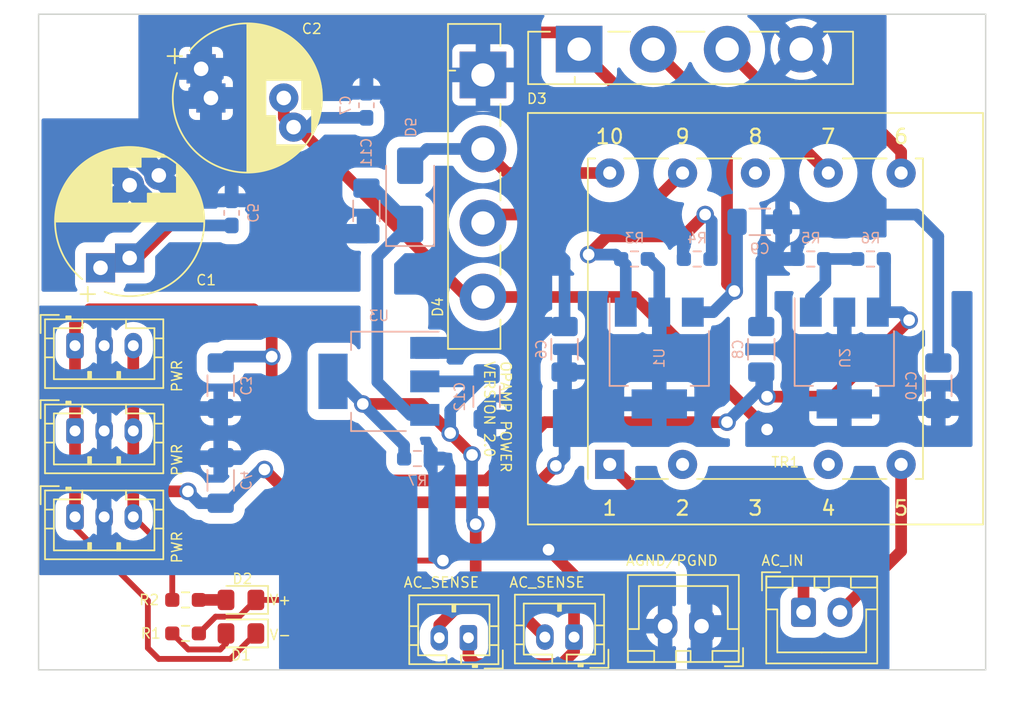
<source format=kicad_pcb>
(kicad_pcb (version 20221018) (generator pcbnew)
  (layers (0 "F.Cu" signal) (31 "B.Cu" signal) (34 "B.Paste" user) (35 "F.Paste" user) (36 "B.SilkS" user "B.Silkscreen") (37 "F.SilkS" user "F.Silkscreen") (38 "B.Mask" user) (39 "F.Mask" user) (44 "Edge.Cuts" user))
  (net 0 "")
  (net 1 "VPOS")
  (net 2 "PGND")
  (net 3 "VNEG")
  (net 4 "Net-(D1-A)")
  (net 5 "Net-(D2-A)")
  (net 6 "Net-(D3-Pad2)")
  (net 7 "AC1")
  (net 8 "Net-(D4-Pad3)")
  (net 9 "Net-(U1-ADJ)")
  (net 10 "Net-(U2-ADJ)")
  (net 11 "AGND")
  (net 12 "RECT_POS")
  (net 13 "RECT_NEG")
  (net 14 "DC_NEG")
  (net 15 "DC_POS")
  (net 16 "AC2")
  (net 17 "SENSE_DC")
  (net 18 "SENSE")
  (footprint "MountingHole:MountingHole_3.2mm_M3" (layer "F.Cu") (at 103.5 119.5)
    (fp_text reference "H4" hide)
    (fp_text value "MountingHole")
    (pad "" np_thru_hole circle (at 0 0) (size 3.2 3.2) (drill 3.2) (layers "*.Cu" "*.Mask"))
  )
  (footprint "Connector_JST:JST_XH_B2B-XH-A_1x02_P2.50mm_Vertical" (layer "F.Cu") (at 146.5 119 180)
    (fp_text reference "J2" hide)
    (fp_text value "Conn_01x02_Male")
    (pad "1" thru_hole roundrect (at 0 0 180) (size 1.7 2) (drill 1) (layers "*.Cu" "*.Mask") (roundrect_rratio 0.1470588235) (net 2 "PGND"))
    (pad "2" thru_hole oval (at 2.5 0 180) (size 1.7 2) (drill 1) (layers "*.Cu" "*.Mask") (net 11 "AGND"))
  )
  (footprint "Capacitor_THT:CP_Radial_D10.0mm_P5.00mm_P7.50mm" (layer "F.Cu") (at 107.25 93.732677 90)
    (fp_text reference "C1" (at -1.517323 5.25 unlocked) (layer "F.SilkS") (effects (font (size 0.7 0.7) (thickness 0.1))))
    (fp_text value "1000U")
    (pad "1" thru_hole rect (at -0.672144 -2 90) (size 2 2) (drill 1) (layers "*.Cu" "*.Mask") (net 12 "RECT_POS"))
    (pad "1" thru_hole rect (at 0 0 90) (size 2 2) (drill 1) (layers "*.Cu" "*.Mask") (net 12 "RECT_POS"))
    (pad "2" thru_hole circle (at 5 0 90) (size 2 2) (drill 1) (layers "*.Cu" "*.Mask") (net 2 "PGND"))
    (pad "2" thru_hole circle (at 5.672144 2 90) (size 2 2) (drill 1) (layers "*.Cu" "*.Mask") (net 2 "PGND"))
  )
  (footprint "Resistor_SMD:R_0603_1608Metric_Pad0.98x0.95mm_HandSolder" (layer "F.Cu") (at 111.0875 117.2)
    (fp_text reference "R2" (at -2.5 0 unlocked) (layer "F.SilkS") (effects (font (size 0.7 0.7) (thickness 0.1))))
    (fp_text value "3.3K")
    (pad "1" smd roundrect (at -0.9125 0) (size 0.975 0.95) (layers "F.Cu" "F.Paste" "F.Mask") (net 15 "DC_POS"))
    (pad "2" smd roundrect (at 0.9125 0) (size 0.975 0.95) (layers "F.Cu" "F.Paste" "F.Mask") (net 5 "Net-(D2-A)"))
  )
  (footprint "Connector_JST:JST_PH_B3B-PH-K_1x03_P2.00mm_Vertical" (layer "F.Cu") (at 103.5 99.75)
    (fp_text reference "J3" hide)
    (fp_text value "Conn_01x03_Male")
    (pad "1" thru_hole roundrect (at 0 0) (size 1.2 1.75) (drill 0.75) (layers "*.Cu" "*.Mask") (roundrect_rratio 0.2083333333) (net 14 "DC_NEG"))
    (pad "2" thru_hole oval (at 2 0) (size 1.2 1.75) (drill 0.75) (layers "*.Cu" "*.Mask") (net 11 "AGND"))
    (pad "3" thru_hole oval (at 4 0) (size 1.2 1.75) (drill 0.75) (layers "*.Cu" "*.Mask") (net 15 "DC_POS"))
  )
  (footprint "Diode_THT:Diode_Bridge_Vishay_GBU" (layer "F.Cu") (at 131.5 81.17 -90)
    (fp_text reference "D4" (at 15.93 3.1 -270 unlocked) (layer "F.SilkS") (effects (font (size 0.7 0.7) (thickness 0.1))))
    (fp_text value "GBU4A")
    (pad "1" thru_hole rect (at 0 0 270) (size 3.2 3.2) (drill 1.6) (layers "*.Cu" "*.Mask") (net 2 "PGND"))
    (pad "2" thru_hole circle (at 5.08 0 270) (size 3.2 3.2) (drill 1.6) (layers "*.Cu" "*.Mask") (net 16 "AC2"))
    (pad "3" thru_hole circle (at 10.16 0 270) (size 3.2 3.2) (drill 1.6) (layers "*.Cu" "*.Mask") (net 8 "Net-(D4-Pad3)"))
    (pad "4" thru_hole circle (at 15.24 0 270) (size 3.2 3.2) (drill 1.6) (layers "*.Cu" "*.Mask") (net 13 "RECT_NEG"))
  )
  (footprint "Resistor_SMD:R_0603_1608Metric_Pad0.98x0.95mm_HandSolder" (layer "F.Cu") (at 111.0875 119.5 180)
    (fp_text reference "R1" (at 2.3875 0 unlocked) (layer "F.SilkS") (effects (font (size 0.7 0.7) (thickness 0.1))))
    (fp_text value "3.3K")
    (pad "1" smd roundrect (at -0.9125 0 180) (size 0.975 0.95) (layers "F.Cu" "F.Paste" "F.Mask") (net 2 "PGND"))
    (pad "2" smd roundrect (at 0.9125 0 180) (size 0.975 0.95) (layers "F.Cu" "F.Paste" "F.Mask") (net 4 "Net-(D1-A)"))
  )
  (footprint "MountingHole:MountingHole_3.2mm_M3" (layer "F.Cu") (at 163.5 79.5)
    (fp_text reference "H1" hide)
    (fp_text value "MountingHole")
    (pad "" np_thru_hole circle (at 0 0) (size 3.2 3.2) (drill 3.2) (layers "*.Cu" "*.Mask"))
  )
  (footprint "Connector_JST:JST_PH_B3B-PH-K_1x03_P2.00mm_Vertical" (layer "F.Cu") (at 103.5 105.6)
    (fp_text reference "J4" hide)
    (fp_text value "Conn_01x03_Male")
    (pad "1" thru_hole roundrect (at 0 0) (size 1.2 1.75) (drill 0.75) (layers "*.Cu" "*.Mask") (roundrect_rratio 0.2083333333) (net 14 "DC_NEG"))
    (pad "2" thru_hole oval (at 2 0) (size 1.2 1.75) (drill 0.75) (layers "*.Cu" "*.Mask") (net 11 "AGND"))
    (pad "3" thru_hole oval (at 4 0) (size 1.2 1.75) (drill 0.75) (layers "*.Cu" "*.Mask") (net 15 "DC_POS"))
  )
  (footprint "Connector_JST:JST_PH_B2B-PH-K_1x02_P2.00mm_Vertical" (layer "F.Cu") (at 130.5 119.8 180)
    (fp_text reference "J6" hide)
    (fp_text value "Conn_01x02_Male")
    (pad "1" thru_hole roundrect (at 0 0 180) (size 1.2 1.75) (drill 0.75) (layers "*.Cu" "*.Mask") (roundrect_rratio 0.2083333333) (net 2 "PGND"))
    (pad "2" thru_hole oval (at 2 0 180) (size 1.2 1.75) (drill 0.75) (layers "*.Cu" "*.Mask") (net 18 "SENSE"))
  )
  (footprint "Connector_JST:JST_PH_B3B-PH-K_1x03_P2.00mm_Vertical" (layer "F.Cu") (at 103.5 111.5)
    (fp_text reference "J5" hide)
    (fp_text value "Conn_01x03_Male")
    (pad "1" thru_hole roundrect (at 0 0) (size 1.2 1.75) (drill 0.75) (layers "*.Cu" "*.Mask") (roundrect_rratio 0.2083333333) (net 14 "DC_NEG"))
    (pad "2" thru_hole oval (at 2 0) (size 1.2 1.75) (drill 0.75) (layers "*.Cu" "*.Mask") (net 11 "AGND"))
    (pad "3" thru_hole oval (at 4 0) (size 1.2 1.75) (drill 0.75) (layers "*.Cu" "*.Mask") (net 15 "DC_POS"))
  )
  (footprint "MountingHole:MountingHole_3.2mm_M3" (layer "F.Cu") (at 103.5 79.5)
    (fp_text reference "H2" hide)
    (fp_text value "MountingHole")
    (pad "" np_thru_hole circle (at 0 0) (size 3.2 3.2) (drill 3.2) (layers "*.Cu" "*.Mask"))
  )
  (footprint "LED_SMD:LED_0805_2012Metric_Pad1.15x1.40mm_HandSolder" (layer "F.Cu") (at 114.8875 119.5 180)
    (fp_text reference "D1" (at 0 -1.5 unlocked) (layer "F.SilkS") (effects (font (size 0.7 0.7) (thickness 0.1))))
    (fp_text value "BLUE")
    (pad "1" smd roundrect (at -1.025 0 180) (size 1.15 1.4) (layers "F.Cu" "F.Paste" "F.Mask") (roundrect_rratio 0.2173913043) (net 14 "DC_NEG"))
    (pad "2" smd roundrect (at 1.025 0 180) (size 1.15 1.4) (layers "F.Cu" "F.Paste" "F.Mask") (roundrect_rratio 0.2173913043) (net 4 "Net-(D1-A)"))
  )
  (footprint "Diode_THT:Diode_Bridge_Vishay_GBU" (layer "F.Cu") (at 138.1 79.4)
    (fp_text reference "D3" (at -2.9 3.4 unlocked) (layer "F.SilkS") (effects (font (size 0.7 0.7) (thickness 0.1))))
    (fp_text value "GBU4A")
    (pad "1" thru_hole rect (at 0 0) (size 3.2 3.2) (drill 1.6) (layers "*.Cu" "*.Mask") (net 12 "RECT_POS"))
    (pad "2" thru_hole circle (at 5.08 0) (size 3.2 3.2) (drill 1.6) (layers "*.Cu" "*.Mask") (net 6 "Net-(D3-Pad2)"))
    (pad "3" thru_hole circle (at 10.16 0) (size 3.2 3.2) (drill 1.6) (layers "*.Cu" "*.Mask") (net 7 "AC1"))
    (pad "4" thru_hole circle (at 15.24 0) (size 3.2 3.2) (drill 1.6) (layers "*.Cu" "*.Mask") (net 2 "PGND"))
  )
  (footprint "Transformer_THT:Transformer_Breve_TEZ-28x33" (layer "F.Cu") (at 140.2 107.9)
    (fp_text reference "TR1" (at 12.05 -0.15 unlocked) (layer "F.SilkS") (effects (font (size 0.7 0.7) (thickness 0.1))))
    (fp_text value "230V 2x9V 2.3VA")
    (fp_text user "5" (at 20 3) (layer "F.SilkS"))
    (fp_text user "4" (at 15 3) (layer "F.SilkS"))
    (fp_text user "6" (at 20 -22.5) (layer "F.SilkS"))
    (fp_text user "9" (at 5 -22.5) (layer "F.SilkS"))
    (fp_text user "2" (at 5 3) (layer "F.SilkS"))
    (fp_text user "10" (at 0 -22.5) (layer "F.SilkS"))
    (fp_text user "3" (at 10 3) (layer "F.SilkS"))
    (fp_text user "7" (at 15 -22.5) (layer "F.SilkS"))
    (fp_text user "1" (at 0 3) (layer "F.SilkS"))
    (fp_text user "8" (at 10 -22.5) (layer "F.SilkS"))
    (pad "1" thru_hole rect (at 0 0) (size 2 2) (drill 0.9) (layers "*.Cu" "*.Mask") (net 1 "VPOS"))
    (pad "2" thru_hole circle (at 5 0) (size 2 2) (drill 0.9) (layers "*.Cu" "*.Mask"))
    (pad "4" thru_hole circle (at 15 0) (size 2 2) (drill 0.9) (layers "*.Cu" "*.Mask"))
    (pad "5" thru_hole circle (at 20 0) (size 2 2) (drill 0.9) (layers "*.Cu" "*.Mask") (net 3 "VNEG"))
    (pad "6" thru_hole circle (at 20 -20) (size 2 2) (drill 0.9) (layers "*.Cu" "*.Mask") (net 7 "AC1"))
    (pad "7" thru_hole circle (at 15 -20) (size 2 2) (drill 0.9) (layers "*.Cu" "*.Mask") (net 6 "Net-(D3-Pad2)"))
    (pad "8" thru_hole circle (at 10 -20) (size 2 2) (drill 0.9) (layers "*.Cu" "*.Mask"))
    (pad "9" thru_hole circle (at 5 -20) (size 2 2) (drill 0.9) (layers "*.Cu" "*.Mask") (net 8 "Net-(D4-Pad3)"))
    (pad "10" thru_hole circle (at 0 -20) (size 2 2) (drill 0.9) (layers "*.Cu" "*.Mask") (net 16 "AC2"))
  )
  (footprint "Connector_JST:JST_PH_B2B-PH-K_1x02_P2.00mm_Vertical" (layer "F.Cu") (at 137.75 119.75 180)
    (fp_text reference "J7" hide)
    (fp_text value "Conn_01x02_Male")
    (pad "1" thru_hole roundrect (at 0 0 180) (size 1.2 1.75) (drill 0.75) (layers "*.Cu" "*.Mask") (roundrect_rratio 0.2083333333) (net 2 "PGND"))
    (pad "2" thru_hole oval (at 2 0 180) (size 1.2 1.75) (drill 0.75) (layers "*.Cu" "*.Mask") (net 18 "SENSE"))
  )
  (footprint "MountingHole:MountingHole_3.2mm_M3" (layer "F.Cu") (at 163.5 119.5)
    (fp_text reference "H3" hide)
    (fp_text value "MountingHole")
    (pad "" np_thru_hole circle (at 0 0) (size 3.2 3.2) (drill 3.2) (layers "*.Cu" "*.Mask"))
  )
  (footprint "Capacitor_THT:CP_Radial_D10.0mm_P5.00mm_P7.50mm" (layer "F.Cu") (at 112.827856 82.75)
    (fp_text reference "C2" (at 6.922144 -4.75 unlocked) (layer "F.SilkS") (effects (font (size 0.7 0.7) (thickness 0.1))))
    (fp_text value "1000U")
    (pad "1" thru_hole rect (at -0.672144 -2) (size 2 2) (drill 1) (layers "*.Cu" "*.Mask") (net 2 "PGND"))
    (pad "1" thru_hole rect (at 0 0) (size 2 2) (drill 1) (layers "*.Cu" "*.Mask") (net 2 "PGND"))
    (pad "2" thru_hole circle (at 5 0) (size 2 2) (drill 1) (layers "*.Cu" "*.Mask") (net 13 "RECT_NEG"))
    (pad "2" thru_hole circle (at 5.672144 2) (size 2 2) (drill 1) (layers "*.Cu" "*.Mask") (net 13 "RECT_NEG"))
  )
  (footprint "Connector_JST:JST_XH_B2B-XH-A_1x02_P2.50mm_Vertical" (layer "F.Cu") (at 153.5 118.05)
    (fp_text reference "J1" hide)
    (fp_text value "Conn_01x02_Male")
    (pad "1" thru_hole roundrect (at 0 0) (size 1.7 2) (drill 1) (layers "*.Cu" "*.Mask") (roundrect_rratio 0.1470588235) (net 1 "VPOS"))
    (pad "2" thru_hole oval (at 2.5 0) (size 1.7 2) (drill 1) (layers "*.Cu" "*.Mask") (net 3 "VNEG"))
  )
  (footprint "LED_SMD:LED_0805_2012Metric_Pad1.15x1.40mm_HandSolder" (layer "F.Cu") (at 114.8875 117.2 180)
    (fp_text reference "D2" (at -0.1 1.45 unlocked) (layer "F.SilkS") (effects (font (size 0.7 0.7) (thickness 0.1))))
    (fp_text value "YELLOW")
    (pad "1" smd roundrect (at -1.025 0 180) (size 1.15 1.4) (layers "F.Cu" "F.Paste" "F.Mask") (roundrect_rratio 0.2173913043) (net 2 "PGND"))
    (pad "2" smd roundrect (at 1.025 0 180) (size 1.15 1.4) (layers "F.Cu" "F.Paste" "F.Mask") (roundrect_rratio 0.2173913043) (net 5 "Net-(D2-A)"))
  )
  (footprint "Resistor_SMD:R_0603_1608Metric_Pad0.98x0.95mm_HandSolder" (layer "B.Cu") (at 146.2 93.8 180)
    (fp_text reference "R4" (at 0 1.43 unlocked) (layer "B.SilkS") (effects (font (size 0.7 0.7) (thickness 0.1)) (justify mirror)))
    (fp_text value "750R")
    (pad "1" smd roundrect (at -0.9125 0 180) (size 0.975 0.95) (layers "B.Cu" "B.Paste" "B.Mask") (net 9 "Net-(U1-ADJ)"))
    (pad "2" smd roundrect (at 0.9125 0 180) (size 0.975 0.95) (layers "B.Cu" "B.Paste" "B.Mask") (net 2 "PGND"))
  )
  (footprint "Capacitor_SMD:C_1206_3216Metric_Pad1.33x1.80mm_HandSolder" (layer "B.Cu") (at 123.5 90.5 -90)
    (fp_text reference "C11" (at -4 0 90 unlocked) (layer "B.SilkS") (effects (font (size 0.7 0.7) (thickness 0.1)) (justify mirror)))
    (fp_text value "10u")
    (pad "1" smd roundrect (at -1.5625 0 270) (size 1.325 1.8) (layers "B.Cu" "B.Paste" "B.Mask") (roundrect_rratio 0.1886792453) (net 17 "SENSE_DC"))
    (pad "2" smd roundrect (at 1.5625 0 270) (size 1.325 1.8) (layers "B.Cu" "B.Paste" "B.Mask") (roundrect_rratio 0.1886792453) (net 2 "PGND"))
  )
  (footprint "Diode_SMD:D_SMA" (layer "B.Cu") (at 126.5 89.4 90)
    (fp_text reference "D5" (at 4.65 0 270 unlocked) (layer "B.SilkS") (effects (font (size 0.7 0.7) (thickness 0.1)) (justify mirror)))
    (fp_text value "1N4001")
    (pad "1" smd roundrect (at -2 0 90) (size 2.5 1.8) (layers "B.Cu" "B.Paste" "B.Mask") (roundrect_rratio 0.1388888889) (net 17 "SENSE_DC"))
    (pad "2" smd roundrect (at 2 0 90) (size 2.5 1.8) (layers "B.Cu" "B.Paste" "B.Mask") (roundrect_rratio 0.1388888889) (net 16 "AC2"))
  )
  (footprint "Capacitor_SMD:C_1206_3216Metric_Pad1.33x1.80mm_HandSolder" (layer "B.Cu") (at 150.5 91.25)
    (fp_text reference "C9" (at 0 1.85 unlocked) (layer "B.SilkS") (effects (font (size 0.7 0.7) (thickness 0.1)) (justify mirror)))
    (fp_text value "10u")
    (pad "1" smd roundrect (at -1.5625 0) (size 1.325 1.8) (layers "B.Cu" "B.Paste" "B.Mask") (roundrect_rratio 0.1886792453) (net 12 "RECT_POS"))
    (pad "2" smd roundrect (at 1.5625 0) (size 1.325 1.8) (layers "B.Cu" "B.Paste" "B.Mask") (roundrect_rratio 0.1886792453) (net 2 "PGND"))
  )
  (footprint "Resistor_SMD:R_0603_1608Metric_Pad0.98x0.95mm_HandSolder" (layer "B.Cu") (at 158.1 93.8 180)
    (fp_text reference "R6" (at 0 1.43 unlocked) (layer "B.SilkS") (effects (font (size 0.7 0.7) (thickness 0.1)) (justify mirror)))
    (fp_text value "120R")
    (pad "1" smd roundrect (at -0.9125 0 180) (size 0.975 0.95) (layers "B.Cu" "B.Paste" "B.Mask") (net 14 "DC_NEG"))
    (pad "2" smd roundrect (at 0.9125 0 180) (size 0.975 0.95) (layers "B.Cu" "B.Paste" "B.Mask") (net 10 "Net-(U2-ADJ)"))
  )
  (footprint "Package_TO_SOT_SMD:SOT-223-3_TabPin2" (layer "B.Cu") (at 156.3 100.6 -90)
    (fp_text reference "U2" (at 0 0 -90 unlocked) (layer "B.SilkS") (effects (font (size 0.7 0.7) (thickness 0.1)) (justify mirror)))
    (fp_text value "LM337_SOT223")
    (pad "1" smd rect (at -3.15 2.3 270) (size 2 1.5) (layers "B.Cu" "B.Paste" "B.Mask") (net 10 "Net-(U2-ADJ)"))
    (pad "2" smd rect (at -3.15 0 270) (size 2 1.5) (layers "B.Cu" "B.Paste" "B.Mask") (net 13 "RECT_NEG"))
    (pad "2" smd rect (at 3.15 0 270) (size 2 3.8) (layers "B.Cu" "B.Paste" "B.Mask") (net 13 "RECT_NEG"))
    (pad "3" smd rect (at -3.15 -2.3 270) (size 2 1.5) (layers "B.Cu" "B.Paste" "B.Mask") (net 14 "DC_NEG"))
  )
  (footprint "Resistor_SMD:R_0603_1608Metric_Pad0.98x0.95mm_HandSolder" (layer "B.Cu") (at 154 93.8 180)
    (fp_text reference "R5" (at 0 1.43 unlocked) (layer "B.SilkS") (effects (font (size 0.7 0.7) (thickness 0.1)) (justify mirror)))
    (fp_text value "750R")
    (pad "1" smd roundrect (at -0.9125 0 180) (size 0.975 0.95) (layers "B.Cu" "B.Paste" "B.Mask") (net 10 "Net-(U2-ADJ)"))
    (pad "2" smd roundrect (at 0.9125 0 180) (size 0.975 0.95) (layers "B.Cu" "B.Paste" "B.Mask") (net 2 "PGND"))
  )
  (footprint "Capacitor_SMD:C_1206_3216Metric_Pad1.33x1.80mm_HandSolder" (layer "B.Cu") (at 113.5 109 90)
    (fp_text reference "C4" (at 0 1.7 270 unlocked) (layer "B.SilkS") (effects (font (size 0.7 0.7) (thickness 0.1)) (justify mirror)))
    (fp_text value "10U")
    (pad "1" smd roundrect (at -1.5625 0 90) (size 1.325 1.8) (layers "B.Cu" "B.Paste" "B.Mask") (roundrect_rratio 0.1886792453) (net 15 "DC_POS"))
    (pad "2" smd roundrect (at 1.5625 0 90) (size 1.325 1.8) (layers "B.Cu" "B.Paste" "B.Mask") (roundrect_rratio 0.1886792453) (net 11 "AGND"))
  )
  (footprint "Resistor_SMD:R_0603_1608Metric_Pad0.98x0.95mm_HandSolder" (layer "B.Cu") (at 127 107.5 180)
    (fp_text reference "R7" (at 0 -1.5 unlocked) (layer "B.SilkS") (effects (font (size 0.7 0.7) (thickness 0.1)) (justify mirror)))
    (fp_text value "10K")
    (pad "1" smd roundrect (at -0.9125 0 180) (size 0.975 0.95) (layers "B.Cu" "B.Paste" "B.Mask") (net 2 "PGND"))
    (pad "2" smd roundrect (at 0.9125 0 180) (size 0.975 0.95) (layers "B.Cu" "B.Paste" "B.Mask") (net 18 "SENSE"))
  )
  (footprint "Capacitor_SMD:C_0603_1608Metric_Pad1.08x0.95mm_HandSolder" (layer "B.Cu") (at 123.5 83.25 -90)
    (fp_text reference "C7" (at 0 1.43 90 unlocked) (layer "B.SilkS") (effects (font (size 0.7 0.7) (thickness 0.1)) (justify mirror)))
    (fp_text value "0.1U")
    (pad "1" smd roundrect (at -0.8625 0 270) (size 1.075 0.95) (layers "B.Cu" "B.Paste" "B.Mask") (net 2 "PGND"))
    (pad "2" smd roundrect (at 0.8625 0 270) (size 1.075 0.95) (layers "B.Cu" "B.Paste" "B.Mask") (net 13 "RECT_NEG"))
  )
  (footprint "Resistor_SMD:R_0603_1608Metric_Pad0.98x0.95mm_HandSolder" (layer "B.Cu") (at 141.9 93.8 180)
    (fp_text reference "R3" (at 0 1.43 unlocked) (layer "B.SilkS") (effects (font (size 0.7 0.7) (thickness 0.1)) (justify mirror)))
    (fp_text value "120R")
    (pad "1" smd roundrect (at -0.9125 0 180) (size 0.975 0.95) (layers "B.Cu" "B.Paste" "B.Mask") (net 15 "DC_POS"))
    (pad "2" smd roundrect (at 0.9125 0 180) (size 0.975 0.95) (layers "B.Cu" "B.Paste" "B.Mask") (net 9 "Net-(U1-ADJ)"))
  )
  (footprint "Capacitor_SMD:C_1206_3216Metric_Pad1.33x1.80mm_HandSolder" (layer "B.Cu") (at 137.1 100 90)
    (fp_text reference "C6" (at 0 -1.6 90 unlocked) (layer "B.SilkS") (effects (font (size 0.7 0.7) (thickness 0.1)) (justify mirror)))
    (fp_text value "10U")
    (pad "1" smd roundrect (at -1.5625 0 90) (size 1.325 1.8) (layers "B.Cu" "B.Paste" "B.Mask") (roundrect_rratio 0.1886792453) (net 15 "DC_POS"))
    (pad "2" smd roundrect (at 1.5625 0 90) (size 1.325 1.8) (layers "B.Cu" "B.Paste" "B.Mask") (roundrect_rratio 0.1886792453) (net 2 "PGND"))
  )
  (footprint "Capacitor_SMD:C_0603_1608Metric_Pad1.08x0.95mm_HandSolder" (layer "B.Cu") (at 114.25 90.6375 90)
    (fp_text reference "C5" (at 0 1.43 -90 unlocked) (layer "B.SilkS") (effects (font (size 0.7 0.7) (thickness 0.1)) (justify mirror)))
    (fp_text value "0.1U")
    (pad "1" smd roundrect (at -0.8625 0 90) (size 1.075 0.95) (layers "B.Cu" "B.Paste" "B.Mask") (net 12 "RECT_POS"))
    (pad "2" smd roundrect (at 0.8625 0 90) (size 1.075 0.95) (layers "B.Cu" "B.Paste" "B.Mask") (net 2 "PGND"))
  )
  (footprint "Capacitor_SMD:C_1206_3216Metric_Pad1.33x1.80mm_HandSolder" (layer "B.Cu") (at 113.5 102.5 90)
    (fp_text reference "C3" (at 0 1.7 270 unlocked) (layer "B.SilkS") (effects (font (size 0.7 0.7) (thickness 0.1)) (justify mirror)))
    (fp_text value "10U")
    (pad "1" smd roundrect (at -1.5625 0 90) (size 1.325 1.8) (layers "B.Cu" "B.Paste" "B.Mask") (roundrect_rratio 0.1886792453) (net 11 "AGND"))
    (pad "2" smd roundrect (at 1.5625 0 90) (size 1.325 1.8) (layers "B.Cu" "B.Paste" "B.Mask") (roundrect_rratio 0.1886792453) (net 14 "DC_NEG"))
  )
  (footprint "Capacitor_SMD:C_1206_3216Metric_Pad1.33x1.80mm_HandSolder" (layer "B.Cu") (at 162.75 102.5 -90)
    (fp_text reference "C10" (at 0 1.85 90 unlocked) (layer "B.SilkS") (effects (font (size 0.7 0.7) (thickness 0.1)) (justify mirror)))
    (fp_text value "10u")
    (pad "1" smd roundrect (at -1.5625 0 270) (size 1.325 1.8) (layers "B.Cu" "B.Paste" "B.Mask") (roundrect_rratio 0.1886792453) (net 2 "PGND"))
    (pad "2" smd roundrect (at 1.5625 0 270) (size 1.325 1.8) (layers "B.Cu" "B.Paste" "B.Mask") (roundrect_rratio 0.1886792453) (net 13 "RECT_NEG"))
  )
  (footprint "Package_TO_SOT_SMD:SOT-223-3_TabPin2" (layer "B.Cu") (at 143.6 100.6 -90)
    (fp_text reference "U1" (at 0 0 90 unlocked) (layer "B.SilkS") (effects (font (size 0.7 0.7) (thickness 0.1)) (justify mirror)))
    (fp_text value "LM317_SOT-223")
    (pad "1" smd rect (at -3.15 2.3 270) (size 2 1.5) (layers "B.Cu" "B.Paste" "B.Mask") (net 9 "Net-(U1-ADJ)"))
    (pad "2" smd rect (at -3.15 0 270) (size 2 1.5) (layers "B.Cu" "B.Paste" "B.Mask") (net 15 "DC_POS"))
    (pad "2" smd rect (at 3.15 0 270) (size 2 3.8) (layers "B.Cu" "B.Paste" "B.Mask") (net 15 "DC_POS"))
    (pad "3" smd rect (at -3.15 -2.3 270) (size 2 1.5) (layers "B.Cu" "B.Paste" "B.Mask") (net 12 "RECT_POS"))
  )
  (footprint "Capacitor_SMD:C_1206_3216Metric_Pad1.33x1.80mm_HandSolder" (layer "B.Cu") (at 131.75 103.25 -90)
    (fp_text reference "C12" (at 0 1.85 90 unlocked) (layer "B.SilkS") (effects (font (size 0.7 0.7) (thickness 0.1)) (justify mirror)))
    (fp_text value "10u")
    (pad "1" smd roundrect (at -1.5625 0 270) (size 1.325 1.8) (layers "B.Cu" "B.Paste" "B.Mask") (roundrect_rratio 0.1886792453) (net 18 "SENSE"))
    (pad "2" smd roundrect (at 1.5625 0 270) (size 1.325 1.8) (layers "B.Cu" "B.Paste" "B.Mask") (roundrect_rratio 0.1886792453) (net 2 "PGND"))
  )
  (footprint "Package_TO_SOT_SMD:SOT-223-3_TabPin2" (layer "B.Cu") (at 124.3575 102.2 180)
    (fp_text reference "U3" (at 0 4.5 unlocked) (layer "B.SilkS") (effects (font (size 0.7 0.7) (thickness 0.1)) (justify mirror)))
    (fp_text value "AMS1117-3.3")
    (pad "1" smd rect (at -3.15 2.3 180) (size 2 1.5) (layers "B.Cu" "B.Paste" "B.Mask") (net 2 "PGND"))
    (pad "2" smd rect (at -3.15 0 180) (size 2 1.5) (layers "B.Cu" "B.Paste" "B.Mask") (net 18 "SENSE"))
    (pad "2" smd rect (at 3.15 0 180) (size 2 3.8) (layers "B.Cu" "B.Paste" "B.Mask") (net 18 "SENSE"))
    (pad "3" smd rect (at -3.15 -2.3 180) (size 2 1.5) (layers "B.Cu" "B.Paste" "B.Mask") (net 17 "SENSE_DC"))
  )
  (footprint "Capacitor_SMD:C_1206_3216Metric_Pad1.33x1.80mm_HandSolder" (layer "B.Cu") (at 150.6 100 -90)
    (fp_text reference "C8" (at 0 1.6 90 unlocked) (layer "B.SilkS") (effects (font (size 0.7 0.7) (thickness 0.1)) (justify mirror)))
    (fp_text value "10U")
    (pad "1" smd roundrect (at -1.5625 0 270) (size 1.325 1.8) (layers "B.Cu" "B.Paste" "B.Mask") (roundrect_rratio 0.1886792453) (net 2 "PGND"))
    (pad "2" smd roundrect (at 1.5625 0 270) (size 1.325 1.8) (layers "B.Cu" "B.Paste" "B.Mask") (roundrect_rratio 0.1886792453) (net 14 "DC_NEG"))
  )
  (gr_line (start 166 77) (end 101 77) (stroke (width 0.1)) (layer "Edge.Cuts"))
  (gr_line (start 101 77) (end 101 122) (stroke (width 0.1)) (layer "Edge.Cuts"))
  (gr_line (start 166 77) (end 166 122) (stroke (width 0.1)) (layer "Edge.Cuts"))
  (gr_line (start 101 122) (end 166 122) (stroke (width 0.1)) (layer "Edge.Cuts"))
  (gr_text "AGND/PGND" (at 141.25 114.5) (layer "F.SilkS") (effects (font (size 0.7 0.7) (thickness 0.1)) (justify left)))
  (gr_text "OPAMP POWER\nVERSION 2.0\n" (at 132.5 100.75 -90) (layer "F.SilkS") (effects (font (size 0.7 0.7) (thickness 0.1)) (justify left)))
  (gr_text "AC_SENSE" (at 126 116) (layer "F.SilkS") (effects (font (size 0.7 0.7) (thickness 0.1)) (justify left)))
  (gr_text "PWR\n" (at 110.5 103 90) (layer "F.SilkS") (effects (font (size 0.7 0.7) (thickness 0.1)) (justify left)))
  (gr_text "PWR\n" (at 110.5 114.75 90) (layer "F.SilkS") (effects (font (size 0.7 0.7) (thickness 0.1)) (justify left)))
  (gr_text "PWR\n" (at 110.5 108.75 90) (layer "F.SilkS") (effects (font (size 0.7 0.7) (thickness 0.1)) (justify left)))
  (gr_text "AC_IN" (at 150.55 114.5) (layer "F.SilkS") (effects (font (size 0.7 0.7) (thickness 0.1)) (justify left)))
  (gr_text "V+" (at 116.7875 117.2) (layer "F.SilkS") (effects (font (size 0.7 0.7) (thickness 0.1)) (justify left)))
  (gr_text "AC_SENSE" (at 133.25 116) (layer "F.SilkS") (effects (font (size 0.7 0.7) (thickness 0.1)) (justify left)))
  (gr_text "V-" (at 116.7875 119.6) (layer "F.SilkS") (effects (font (size 0.7 0.7) (thickness 0.1)) (justify left)))
  (segment (start 145.3 113) (end 140.2 107.9) (width 0.8) (layer "F.Cu") (net 1))
  (segment (start 150.75 113) (end 145.3 113) (width 0.8) (layer "F.Cu") (net 1))
  (segment (start 153.5 115.75) (end 150.75 113) (width 0.8) (layer "F.Cu") (net 1))
  (segment (start 153.5 118.05) (end 153.5 115.75) (width 0.8) (layer "F.Cu") (net 1))
  (segment (start 114.7625 118.35) (end 115.9125 117.2) (width 0.4) (layer "F.Cu") (net 2))
  (segment (start 137.75 115.5) (end 136 113.75) (width 0.8) (layer "F.Cu") (net 2))
  (segment (start 120.5 114.5) (end 128.75 114.5) (width 0.4) (layer "F.Cu") (net 2))
  (segment (start 137.75 119.75) (end 137.75 115.5) (width 0.8) (layer "F.Cu") (net 2))
  (segment (start 112 119.5) (end 113.15 118.35) (width 0.4) (layer "F.Cu") (net 2))
  (segment (start 136.9 121.6) (end 131 121.6) (width 0.8) (layer "F.Cu") (net 2))
  (segment (start 137.75 119.75) (end 137.75 120.75) (width 0.8) (layer "F.Cu") (net 2))
  (segment (start 130.5 121.1) (end 130.5 119.8) (width 0.8) (layer "F.Cu") (net 2))
  (segment (start 137.75 120.75) (end 136.9 121.6) (width 0.8) (layer "F.Cu") (net 2))
  (segment (start 131 121.6) (end 130.5 121.1) (width 0.8) (layer "F.Cu") (net 2))
  (segment (start 117.8 117.2) (end 120.5 114.5) (width 0.4) (layer "F.Cu") (net 2))
  (segment (start 113.15 118.35) (end 114.7625 118.35) (width 0.4) (layer "F.Cu") (net 2))
  (segment (start 115.9125 117.2) (end 117.8 117.2) (width 0.4) (layer "F.Cu") (net 2))
  (via (at 136 113.75) (size 1.2) (drill 0.8) (layers "F.Cu" "B.Cu") (net 2))
  (via (at 128.75 114.5) (size 1.2) (drill 0.8) (layers "F.Cu" "B.Cu") (net 2))
  (segment (start 150.6 93.9) (end 151 93.5) (width 0.8) (layer "B.Cu") (net 2))
  (segment (start 162.75 92.25) (end 161.25 90.75) (width 0.8) (layer "B.Cu") (net 2))
  (segment (start 150.6 98.4375) (end 150.6 93.9) (width 0.8) (layer "B.Cu") (net 2))
  (segment (start 137.1 98.4375) (end 137.1 93.85) (width 0.8) (layer "B.Cu") (net 2))
  (segment (start 137.1 93.85) (end 136.75 93.5) (width 0.8) (layer "B.Cu") (net 2))
  (segment (start 161.25 90.75) (end 158.5 90.75) (width 0.8) (layer "B.Cu") (net 2))
  (segment (start 162.75 100.9375) (end 162.75 92.25) (width 0.8) (layer "B.Cu") (net 2))
  (segment (start 137.1 98.4375) (end 136.0625 98.4375) (width 0.8) (layer "B.Cu") (net 2))
  (segment (start 136.0625 98.4375) (end 134.25 100.25) (width 0.8) (layer "B.Cu") (net 2))
  (segment (start 160.2 113.85) (end 156 118.05) (width 0.8) (layer "F.Cu") (net 3))
  (segment (start 160.2 107.9) (end 160.2 113.85) (width 0.8) (layer "F.Cu") (net 3))
  (segment (start 113.8625 120.2) (end 113.4625 120.6) (width 0.4) (layer "F.Cu") (net 4))
  (segment (start 111.275 120.6) (end 110.175 119.5) (width 0.4) (layer "F.Cu") (net 4))
  (segment (start 113.8625 119.5) (end 113.8625 120.2) (width 0.4) (layer "F.Cu") (net 4))
  (segment (start 113.4625 120.6) (end 111.275 120.6) (width 0.4) (layer "F.Cu") (net 4))
  (segment (start 113.8625 117.2) (end 112 117.2) (width 0.8) (layer "F.Cu") (net 5))
  (segment (start 155.2 87.9) (end 151.8 84.5) (width 0.8) (layer "F.Cu") (net 6))
  (segment (start 151.8 84.5) (end 148.28 84.5) (width 0.8) (layer "F.Cu") (net 6))
  (segment (start 148.28 84.5) (end 143.18 79.4) (width 0.8) (layer "F.Cu") (net 6))
  (segment (start 156.75 83) (end 151.86 83) (width 0.8) (layer "F.Cu") (net 7))
  (segment (start 151.86 83) (end 148.26 79.4) (width 0.8) (layer "F.Cu") (net 7))
  (segment (start 160.2 86.45) (end 156.75 83) (width 0.8) (layer "F.Cu") (net 7))
  (segment (start 160.2 87.9) (end 160.2 86.45) (width 0.8) (layer "F.Cu") (net 7))
  (segment (start 132.08 90.75) (end 142.35 90.75) (width 0.8) (layer "F.Cu") (net 8))
  (segment (start 142.35 90.75) (end 145.2 87.9) (width 0.8) (layer "F.Cu") (net 8))
  (segment (start 131.5 91.33) (end 132.08 90.75) (width 0.8) (layer "F.Cu") (net 8))
  (segment (start 138.75 93.5) (end 140 92.25) (width 0.8) (layer "F.Cu") (net 9))
  (segment (start 140 92.25) (end 145.25 92.25) (width 0.8) (layer "F.Cu") (net 9))
  (segment (start 145.25 92.25) (end 146.75 90.75) (width 0.8) (layer "F.Cu") (net 9))
  (via (at 138.75 93.5) (size 1.2) (drill 0.8) (layers "F.Cu" "B.Cu") (net 9))
  (via (at 146.75 90.75) (size 1.2) (drill 0.8) (layers "F.Cu" "B.Cu") (net 9))
  (segment (start 140.6 93.5) (end 140.9 93.8) (width 0.8) (layer "B.Cu") (net 9))
  (segment (start 147.2 91.2) (end 146.75 90.75) (width 0.8) (layer "B.Cu") (net 9))
  (segment (start 147.2 93.8) (end 147.2 91.2) (width 0.8) (layer "B.Cu") (net 9))
  (segment (start 141.3 94.2) (end 140.9 93.8) (width 0.8) (layer "B.Cu") (net 9))
  (segment (start 141.3 97.45) (end 141.3 94.2) (width 0.8) (layer "B.Cu") (net 9))
  (segment (start 138.75 93.5) (end 140.6 93.5) (width 0.8) (layer "B.Cu") (net 9))
  (segment (start 155 93.8) (end 157.1 93.8) (width 0.8) (layer "B.Cu") (net 10))
  (segment (start 154 96.45) (end 155 95.45) (width 0.8) (layer "B.Cu") (net 10))
  (segment (start 155 95.45) (end 155 93.8) (width 0.8) (layer "B.Cu") (net 10))
  (segment (start 154 97.45) (end 154 96.45) (width 0.8) (layer "B.Cu") (net 10))
  (segment (start 148.25 95.5) (end 148.75 96) (width 0.8) (layer "F.Cu") (net 12))
  (segment (start 148.25 87) (end 148.25 95.5) (width 0.8) (layer "F.Cu") (net 12))
  (segment (start 138.1 79.4) (end 143.45 84.75) (width 0.8) (layer "F.Cu") (net 12))
  (segment (start 115.25 86.25) (end 107.767323 93.732677) (width 0.8) (layer "F.Cu") (net 12))
  (segment (start 146 84.75) (end 148.25 87) (width 0.8) (layer "F.Cu") (net 12))
  (segment (start 136.95 78.25) (end 118 78.25) (width 0.8) (layer "F.Cu") (net 12))
  (segment (start 118 78.25) (end 115.25 81) (width 0.8) (layer "F.Cu") (net 12))
  (segment (start 143.45 84.75) (end 146 84.75) (width 0.8) (layer "F.Cu") (net 12))
  (segment (start 115.25 81) (end 115.25 86.25) (width 0.8) (layer "F.Cu") (net 12))
  (via (at 148.75 96) (size 1.2) (drill 0.8) (layers "F.Cu" "B.Cu") (net 12))
  (segment (start 109.482677 91.5) (end 107.25 93.732677) (width 0.8) (layer "B.Cu") (net 12))
  (segment (start 148.9375 91.25) (end 148.9375 95.8125) (width 0.8) (layer "B.Cu") (net 12))
  (segment (start 148.9375 95.8125) (end 148.75 96) (width 0.8) (layer "B.Cu") (net 12))
  (segment (start 145.9 97.45) (end 147.3 97.45) (width 0.8) (layer "B.Cu") (net 12))
  (segment (start 147.3 97.45) (end 148.75 96) (width 0.8) (layer "B.Cu") (net 12))
  (segment (start 114.25 91.5) (end 109.482677 91.5) (width 0.8) (layer "B.Cu") (net 12))
  (segment (start 141.91 96.41) (end 131.5 96.41) (width 0.8) (layer "F.Cu") (net 13))
  (segment (start 151 105.5) (end 141.91 96.41) (width 0.8) (layer "F.Cu") (net 13))
  (segment (start 118.75 84.75) (end 118.5 84.75) (width 0.8) (layer "F.Cu") (net 13))
  (segment (start 130.41 96.41) (end 118.75 84.75) (width 0.8) (layer "F.Cu") (net 13))
  (segment (start 117.827856 82.75) (end 117.827856 84.077856) (width 0.8) (layer "F.Cu") (net 13))
  (segment (start 131.5 96.41) (end 130.41 96.41) (width 0.8) (layer "F.Cu") (net 13))
  (segment (start 117.827856 84.077856) (end 118.5 84.75) (width 0.8) (layer "F.Cu") (net 13))
  (via (at 151 105.5) (size 1.2) (drill 0.8) (layers "F.Cu" "B.Cu") (net 13))
  (segment (start 156.3 103.75) (end 152.75 103.75) (width 0.8) (layer "B.Cu") (net 13))
  (segment (start 152.75 103.75) (end 151 105.5) (width 0.8) (layer "B.Cu") (net 13))
  (segment (start 123.5 84.1125) (end 120.1375 84.1125) (width 0.8) (layer "B.Cu") (net 13))
  (segment (start 156.3 97.45) (end 156.3 103.75) (width 0.8) (layer "B.Cu") (net 13))
  (segment (start 162.75 104.0625) (end 156.6125 104.0625) (width 0.8) (layer "B.Cu") (net 13))
  (segment (start 120.1375 84.1125) (end 119.5 84.75) (width 0.8) (layer "B.Cu") (net 13))
  (segment (start 119.5 84.75) (end 118.5 84.75) (width 0.8) (layer "B.Cu") (net 13))
  (segment (start 160.75 98) (end 155.5 103.25) (width 0.8) (layer "F.Cu") (net 14))
  (segment (start 114.1625 121.25) (end 109.25 121.25) (width 0.4) (layer "F.Cu") (net 14))
  (segment (start 131.732233 109) (end 135.732233 105) (width 0.8) (layer "F.Cu") (net 14))
  (segment (start 103.5 112.25) (end 103.5 111.5) (width 0.4) (layer "F.Cu") (net 14))
  (segment (start 103.5 98.25) (end 104.5 97.25) (width 0.8) (layer "F.Cu") (net 14))
  (segment (start 135.732233 105) (end 148.25 105) (width 0.8) (layer "F.Cu") (net 14))
  (segment (start 104.5 97.25) (end 115.75 97.25) (width 0.8) (layer "F.Cu") (net 14))
  (segment (start 115.75 97.25) (end 117 98.5) (width 0.8) (layer "F.Cu") (net 14))
  (segment (start 109.25 121.25) (end 108.5 120.5) (width 0.4) (layer "F.Cu") (net 14))
  (segment (start 121 109) (end 131.732233 109) (width 0.8) (layer "F.Cu") (net 14))
  (segment (start 115.9125 119.5) (end 114.1625 121.25) (width 0.4) (layer "F.Cu") (net 14))
  (segment (start 108.5 117.25) (end 103.5 112.25) (width 0.4) (layer "F.Cu") (net 14))
  (segment (start 108.5 120.5) (end 108.5 117.25) (width 0.4) (layer "F.Cu") (net 14))
  (segment (start 117 100.5) (end 117 105) (width 0.8) (layer "F.Cu") (net 14))
  (segment (start 103.5 99.75) (end 103.5 105.6) (width 0.8) (layer "F.Cu") (net 14))
  (segment (start 117 105) (end 121 109) (width 0.8) (layer "F.Cu") (net 14))
  (segment (start 117 98.5) (end 117 100.5) (width 0.8) (layer "F.Cu") (net 14))
  (segment (start 103.5 99.75) (end 103.5 98.25) (width 0.8) (layer "F.Cu") (net 14))
  (segment (start 103.5 105.6) (end 103.5 111.5) (width 0.8) (layer "F.Cu") (net 14))
  (segment (start 155.5 103.25) (end 151 103.25) (width 0.8) (layer "F.Cu") (net 14))
  (via (at 117 100.5) (size 1.2) (drill 0.8) (layers "F.Cu" "B.Cu") (net 14))
  (via (at 151 103.25) (size 1.2) (drill 0.8) (layers "F.Cu" "B.Cu") (net 14))
  (via (at 148.25 105) (size 1.2) (drill 0.8) (layers "F.Cu" "B.Cu") (net 14))
  (via (at 160.75 98) (size 1.2) (drill 0.8) (layers "F.Cu" "B.Cu") (net 14))
  (segment (start 159.1 96.95) (end 158.6 97.45) (width 0.8) (layer "B.Cu") (net 14))
  (segment (start 113.9375 100.5) (end 113.5 100.9375) (width 0.8) (layer "B.Cu") (net 14))
  (segment (start 117 100.5) (end 113.9375 100.5) (width 0.8) (layer "B.Cu") (net 14))
  (segment (start 150.6 102.65) (end 148.25 105) (width 0.8) (layer "B.Cu") (net 14))
  (segment (start 151 101.9625) (end 150.6 101.5625) (width 0.8) (layer "B.Cu") (net 14))
  (segment (start 151 103.25) (end 151 101.9625) (width 0.8) (layer "B.Cu") (net 14))
  (segment (start 159.1 93.8) (end 159.1 96.95) (width 0.8) (layer "B.Cu") (net 14))
  (segment (start 158.6 97.45) (end 160.2 97.45) (width 0.8) (layer "B.Cu") (net 14))
  (segment (start 150.6 101.5625) (end 150.6 102.65) (width 0.8) (layer "B.Cu") (net 14))
  (segment (start 160.2 97.45) (end 160.75 98) (width 0.8) (layer "B.Cu") (net 14))
  (segment (start 107.5 108) (end 107.5 105.6) (width 0.8) (layer "F.Cu") (net 15))
  (segment (start 110.175 117.2) (end 110.175 114.175) (width 0.4) (layer "F.Cu") (net 15))
  (segment (start 116.5 108.25) (end 118.75 110.5) (width 0.8) (layer "F.Cu") (net 15))
  (segment (start 111.25 109.75) (end 109.25 109.75) (width 0.8) (layer "F.Cu") (net 15))
  (segment (start 110.175 114.175) (end 107.5 111.5) (width 0.4) (layer "F.Cu") (net 15))
  (segment (start 118.75 110.5) (end 134 110.5) (width 0.8) (layer "F.Cu") (net 15))
  (segment (start 107.5 111.5) (end 107.5 108) (width 0.8) (layer "F.Cu") (net 15))
  (segment (start 107.5 99.75) (end 107.5 105.6) (width 0.8) (layer "F.Cu") (net 15))
  (segment (start 109.25 109.75) (end 107.5 108) (width 0.8) (layer "F.Cu") (net 15))
  (segment (start 134 110.5) (end 136.5 108) (width 0.8) (layer "F.Cu") (net 15))
  (via (at 136.5 108) (size 1.2) (drill 0.8) (layers "F.Cu" "B.Cu") (net 15))
  (via (at 111.25 109.75) (size 1.2) (drill 0.8) (layers "F.Cu" "B.Cu") (net 15))
  (via (at 116.5 108.25) (size 1.2) (drill 0.8) (layers "F.Cu" "B.Cu") (net 15))
  (segment (start 143.6 94.5) (end 142.9 93.8) (width 0.8) (layer "B.Cu") (net 15))
  (segment (start 137.1 101.5625) (end 137.1 107.4) (width 0.8) (layer "B.Cu") (net 15))
  (segment (start 113.5 110.5625) (end 112.0625 110.5625) (width 0.8) (layer "B.Cu") (net 15))
  (segment (start 116.5 108.25) (end 116.25 108.25) (width 0.8) (layer "B.Cu") (net 15))
  (segment (start 116.25 108.25) (end 113.9375 110.5625) (width 0.8) (layer "B.Cu") (net 15))
  (segment (start 112.0625 110.5625) (end 111.25 109.75) (width 0.8) (layer "B.Cu") (net 15))
  (segment (start 143.6 97.45) (end 143.6 94.5) (width 0.8) (layer "B.Cu") (net 15))
  (segment (start 137.1 107.4) (end 136.5 108) (width 0.8) (layer "B.Cu") (net 15))
  (segment (start 140.2 87.9) (end 133.15 87.9) (width 0.8) (layer "F.Cu") (net 16))
  (segment (start 133.15 87.9) (end 131.5 86.25) (width 0.8) (layer "F.Cu") (net 16))
  (segment (start 131.5 86.25) (end 127.65 86.25) (width 0.8) (layer "B.Cu") (net 16))
  (segment (start 127.65 86.25) (end 126.5 87.4) (width 0.8) (layer "B.Cu") (net 16))
  (segment (start 124.0375 88.9375) (end 126.5 91.4) (width 0.8) (layer "B.Cu") (net 17))
  (segment (start 126.5 91.4) (end 124.25 93.65) (width 0.8) (layer "B.Cu") (net 17))
  (segment (start 126.5075 104.5) (end 127.5075 104.5) (width 0.8) (layer "B.Cu") (net 17))
  (segment (start 124.25 93.65) (end 124.25 102.2425) (width 0.8) (layer "B.Cu") (net 17))
  (segment (start 123.5 88.9375) (end 124.0375 88.9375) (width 0.8) (layer "B.Cu") (net 17))
  (segment (start 124.25 102.2425) (end 126.5075 104.5) (width 0.8) (layer "B.Cu") (net 17))
  (segment (start 135.75 119.75) (end 133.75 117.75) (width 0.8) (layer "F.Cu") (net 18))
  (segment (start 133.75 117.75) (end 129.675 117.75) (width 0.8) (layer "F.Cu") (net 18))
  (segment (start 131 116.425) (end 129.675 117.75) (width 0.8) (layer "F.Cu") (net 18))
  (segment (start 128.5 118.925) (end 128.5 119.8) (width 0.8) (layer "F.Cu") (net 18))
  (segment (start 127.25 103.75) (end 129.25 105.75) (width 0.8) (layer "F.Cu") (net 18))
  (segment (start 129.675 117.75) (end 128.5 118.925) (width 0.8) (layer "F.Cu") (net 18))
  (segment (start 131 112) (end 131 116.425) (width 0.8) (layer "F.Cu") (net 18))
  (segment (start 129.25 105.75) (end 130.75 107.25) (width 0.8) (layer "F.Cu") (net 18))
  (segment (start 123.25 103.75) (end 127.25 103.75) (width 0.8) (layer "F.Cu") (net 18))
  (via (at 131 112) (size 1.2) (drill 0.8) (layers "F.Cu" "B.Cu") (net 18))
  (via (at 129.25 105.75) (size 1.2) (drill 0.8) (layers "F.Cu" "B.Cu") (net 18))
  (via (at 123.25 103.75) (size 1.2) (drill 0.8) (layers "F.Cu" "B.Cu") (net 18))
  (via (at 130.75 107.25) (size 1.2) (drill 0.8) (layers "F.Cu" "B.Cu") (net 18))
  (segment (start 121.7 102.2) (end 123.25 103.75) (width 0.8) (layer "B.Cu") (net 18))
  (segment (start 131.2375 102.2) (end 131.75 101.6875) (width 0.8) (layer "B.Cu") (net 18))
  (segment (start 130.75 107.25) (end 130.75 111.75) (width 0.8) (layer "B.Cu") (net 18))
  (segment (start 129.25 105.75) (end 129.25 104.1875) (width 0.8) (layer "B.Cu") (net 18))
  (segment (start 126.0875 107.5) (end 126.0875 106.5875) (width 0.8) (layer "B.Cu") (net 18))
  (segment (start 127.5075 102.2) (end 131.2375 102.2) (width 0.8) (layer "B.Cu") (net 18))
  (segment (start 130.75 111.75) (end 131 112) (width 0.8) (layer "B.Cu") (net 18))
  (segment (start 126.0875 106.5875) (end 123.25 103.75) (width 0.8) (layer "B.Cu") (net 18))
  (segment (start 129.25 104.1875) (end 131.75 101.6875) (width 0.8) (layer "B.Cu") (net 18))
  (zone (net 2) (net_name "PGND") (layer "B.Cu") (connect_pads (clearance 0.75)) (min_thickness 0.254) (fill yes (thermal_gap 0.508) (thermal_bridge_width 1.5))
    (polygon (pts (xy 126 83.7) (xy 136.25 83.7) (xy 136.25 108) (xy 159.4 108) (xy 159.4 122.9) (xy 145.25 122.9) (xy 145.25 115) (xy 124.75 115) (xy 124.75 96.05) (xy 101.2 96.05) (xy 101.2 84.15) (xy 107.85 84.15) (xy 107.85 76.8) (xy 126 76.8)))
  )
  (zone (net 15) (net_name "DC_POS") (layer "B.Cu") (connect_pads (clearance 0.508)) (min_thickness 0.254) (fill yes (thermal_gap 0.508) (thermal_bridge_width 1))
    (polygon (pts (xy 148.45 106.7) (xy 136.3 106.7) (xy 136.3 96) (xy 148.45 96)))
  )
  (zone (net 11) (net_name "AGND") (layer "B.Cu") (priority 1) (connect_pads (clearance 0.75)) (min_thickness 0.25) (fill yes (thermal_gap 0.5) (thermal_bridge_width 1))
    (polygon (pts (xy 118 107.5) (xy 118 107.75) (xy 118 97) (xy 127 97) (xy 127 115.25) (xy 144.75 115.25) (xy 144.75 122) (xy 117.5 122) (xy 117.5 115.5) (xy 100.5 115.5) (xy 100.5 97) (xy 118 97)))
  )
  (zone (net 2) (net_name "PGND") (layer "B.Cu") (connect_pads (clearance 1)) (min_thickness 0.254) (fill yes (thermal_gap 0.508) (thermal_bridge_width 1))
    (polygon (pts (xy 159.2 94.95) (xy 125.7 94.95) (xy 125.7 76.6) (xy 159.2 76.6)))
  )
  (zone (net 13) (net_name "RECT_NEG") (layer "B.Cu") (connect_pads (clearance 0.508)) (min_thickness 0.254) (fill yes (thermal_gap 0.508) (thermal_bridge_width 1))
    (polygon (pts (xy 165.1 106.7) (xy 149.5 106.7) (xy 149.5 96) (xy 165.1 96)))
  )
)
</source>
